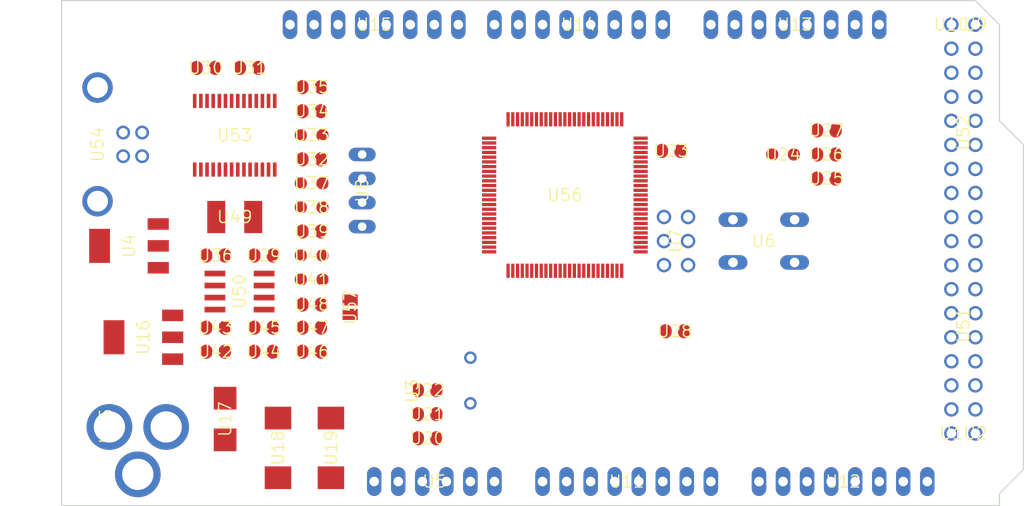
<source format=kicad_pcb>
(kicad_pcb (version 20221018) (generator pcbnew)
  (layers (0 "F.Cu" signal "Top") (31 "B.Cu" signal "Bottom") (34 "B.Paste" user) (35 "F.Paste" user) (36 "B.SilkS" user "B.Silkscreen") (37 "F.SilkS" user "F.Silkscreen") (38 "B.Mask" user) (39 "F.Mask" user) (44 "Edge.Cuts" user))
  (net 0 "")
  (net 1 "+5V")
  (net 2 "GND")
  (net 3 "N$6")
  (net 4 "N$7")
  (net 5 "AREF")
  (net 6 "RESET")
  (net 7 "VIN")
  (net 8 "N$3")
  (net 9 "PWRIN")
  (net 10 "M8RXD")
  (net 11 "M8TXD")
  (net 12 "ADC0")
  (net 13 "ADC2")
  (net 14 "ADC1")
  (net 15 "ADC3")
  (net 16 "ADC4")
  (net 17 "ADC5")
  (net 18 "ADC6")
  (net 19 "ADC7")
  (net 20 "+3V3")
  (net 21 "SDA")
  (net 22 "SCL")
  (net 23 "ADC9")
  (net 24 "ADC8")
  (net 25 "ADC10")
  (net 26 "ADC11")
  (net 27 "ADC12")
  (net 28 "ADC13")
  (net 29 "ADC14")
  (net 30 "ADC15")
  (net 31 "PB3")
  (net 32 "PB2")
  (net 33 "PB1")
  (net 34 "PB5")
  (net 35 "PB4")
  (net 36 "PE5")
  (net 37 "PE4")
  (net 38 "PE3")
  (net 39 "PE1")
  (net 40 "PE0")
  (net 41 "N$15")
  (net 42 "N$53")
  (net 43 "N$54")
  (net 44 "N$55")
  (net 45 "D-")
  (net 46 "D+")
  (net 47 "N$60")
  (net 48 "DTR")
  (net 49 "USBVCC")
  (net 50 "N$2")
  (net 51 "N$4")
  (net 52 "GATE_CMD")
  (net 53 "CMP")
  (net 54 "PB6")
  (net 55 "PH3")
  (net 56 "PH4")
  (net 57 "PH5")
  (net 58 "PH6")
  (net 59 "PG5")
  (net 60 "RXD1")
  (net 61 "TXD1")
  (net 62 "RXD2")
  (net 63 "RXD3")
  (net 64 "TXD2")
  (net 65 "TXD3")
  (net 66 "PC0")
  (net 67 "PC1")
  (net 68 "PC2")
  (net 69 "PC3")
  (net 70 "PC4")
  (net 71 "PC5")
  (net 72 "PC6")
  (net 73 "PC7")
  (net 74 "PB0")
  (net 75 "PG0")
  (net 76 "PG1")
  (net 77 "PG2")
  (net 78 "PD7")
  (net 79 "PA0")
  (net 80 "PA1")
  (net 81 "PA2")
  (net 82 "PA3")
  (net 83 "PA4")
  (net 84 "PA5")
  (net 85 "PA6")
  (net 86 "PA7")
  (net 87 "PL0")
  (net 88 "PL1")
  (net 89 "PL2")
  (net 90 "PL3")
  (net 91 "PL4")
  (net 92 "PL5")
  (net 93 "PL6")
  (net 94 "PL7")
  (net 95 "PB7")
  (net 96 "CTS")
  (net 97 "DSR")
  (net 98 "DCD")
  (net 99 "RI")
  (footprint "Arduino_MEGA_Reference_Design:2X03" (layer "F.Cu") (at 162.5981 103.7336 -90)
    (fp_text reference "U7")
    (fp_text value "")
  )
  (footprint "Arduino_MEGA_Reference_Design:1X08" (layer "F.Cu") (at 152.3111 80.8736 180)
    (fp_text reference "U14")
    (fp_text value "")
  )
  (footprint "Arduino_MEGA_Reference_Design:1X08" (layer "F.Cu") (at 130.7211 80.8736 180)
    (fp_text reference "U15")
    (fp_text value "")
  )
  (footprint "Arduino_MEGA_Reference_Design:SMC_D" (layer "F.Cu") (at 120.5611 125.5776 -90)
    (fp_text reference "U18")
    (fp_text value "")
  )
  (footprint "Arduino_MEGA_Reference_Design:SMC_D" (layer "F.Cu") (at 126.1491 125.5776 -90)
    (fp_text reference "U19")
    (fp_text value "")
  )
  (footprint "Arduino_MEGA_Reference_Design:B3F-10XX" (layer "F.Cu") (at 171.8691 103.7336 180)
    (fp_text reference "U6")
    (fp_text value "")
  )
  (footprint "Arduino_MEGA_Reference_Design:0805RND" (layer "F.Cu") (at 173.9011 94.5896 180)
    (fp_text reference "U24")
    (fp_text value "")
  )
  (footprint "Arduino_MEGA_Reference_Design:SMB" (layer "F.Cu") (at 114.9731 122.5296 -90)
    (fp_text reference "U17")
    (fp_text value "")
  )
  (footprint "Arduino_MEGA_Reference_Design:DC-21MM" (layer "F.Cu") (at 103.0351 123.2916 90)
    (fp_text reference "U55")
    (fp_text value "")
  )
  (footprint "Arduino_MEGA_Reference_Design:HC49_S" (layer "F.Cu") (at 140.8811 118.4656 90)
    (fp_text reference "U3")
    (fp_text value "")
  )
  (footprint "Arduino_MEGA_Reference_Design:SOT223" (layer "F.Cu") (at 106.3371 113.8936 90)
    (fp_text reference "U16")
    (fp_text value "")
  )
  (footprint "Arduino_MEGA_Reference_Design:1X06" (layer "F.Cu") (at 137.0711 129.1336)
    (fp_text reference "U5")
    (fp_text value "")
  )
  (footprint "Arduino_MEGA_Reference_Design:C0805RND" (layer "F.Cu") (at 124.1171 87.4776)
    (fp_text reference "U35")
    (fp_text value "")
  )
  (footprint "Arduino_MEGA_Reference_Design:C0805RND" (layer "F.Cu") (at 162.4711 113.2586)
    (fp_text reference "U28")
    (fp_text value "")
  )
  (footprint "Arduino_MEGA_Reference_Design:C0805RND" (layer "F.Cu") (at 136.3091 122.0216)
    (fp_text reference "U21")
    (fp_text value "")
  )
  (footprint "Arduino_MEGA_Reference_Design:C0805RND" (layer "F.Cu") (at 136.3091 119.4816)
    (fp_text reference "U22")
    (fp_text value "")
  )
  (footprint "Arduino_MEGA_Reference_Design:C0805RND" (layer "F.Cu") (at 113.9571 112.8776)
    (fp_text reference "U43")
    (fp_text value "")
  )
  (footprint "Arduino_MEGA_Reference_Design:RCL_0805RND" (layer "F.Cu") (at 124.1171 105.2576)
    (fp_text reference "U40")
    (fp_text value "")
  )
  (footprint "Arduino_MEGA_Reference_Design:RCL_0805RND" (layer "F.Cu") (at 124.1171 107.7976)
    (fp_text reference "U41")
    (fp_text value "")
  )
  (footprint "Arduino_MEGA_Reference_Design:1X08" (layer "F.Cu") (at 157.3911 129.1336)
    (fp_text reference "U11")
    (fp_text value "")
  )
  (footprint "Arduino_MEGA_Reference_Design:1X08" (layer "F.Cu") (at 175.1711 80.8736 180)
    (fp_text reference "U13")
    (fp_text value "")
  )
  (footprint "Arduino_MEGA_Reference_Design:R0805RND" (layer "F.Cu") (at 178.4731 94.5896 180)
    (fp_text reference "U26")
    (fp_text value "")
  )
  (footprint "Arduino_MEGA_Reference_Design:R0805RND" (layer "F.Cu") (at 178.4731 92.0496 180)
    (fp_text reference "U27")
    (fp_text value "")
  )
  (footprint "Arduino_MEGA_Reference_Design:TQFP100" (layer "F.Cu") (at 150.86109924316406 98.87334442138672 0)
    (fp_text reference "U56")
    (fp_text value "")
  )
  (footprint "Arduino_MEGA_Reference_Design:C0805RND" (layer "F.Cu") (at 162.0901 94.2086 180)
    (fp_text reference "U23")
    (fp_text value "")
  )
  (footprint "Arduino_MEGA_Reference_Design:C0805RND" (layer "F.Cu") (at 136.3091 124.5616)
    (fp_text reference "U20")
    (fp_text value "")
  )
  (footprint "Arduino_MEGA_Reference_Design:1X08" (layer "F.Cu") (at 180.2511 129.1336)
    (fp_text reference "U12")
    (fp_text value "")
  )
  (footprint "Arduino_MEGA_Reference_Design:R0805RND" (layer "F.Cu") (at 124.1171 112.8776)
    (fp_text reference "U47")
    (fp_text value "")
  )
  (footprint "Arduino_MEGA_Reference_Design:C0805RND" (layer "F.Cu") (at 124.1171 115.4176)
    (fp_text reference "U46")
    (fp_text value "")
  )
  (footprint "Arduino_MEGA_Reference_Design:C0805RND" (layer "F.Cu") (at 113.9571 105.2576)
    (fp_text reference "U36")
    (fp_text value "")
  )
  (footprint "Arduino_MEGA_Reference_Design:C0805RND" (layer "F.Cu") (at 112.9411 85.4456)
    (fp_text reference "U30")
    (fp_text value "")
  )
  (footprint "Arduino_MEGA_Reference_Design:0805RND" (layer "F.Cu") (at 124.1171 100.1776 180)
    (fp_text reference "U38")
    (fp_text value "")
  )
  (footprint "Arduino_MEGA_Reference_Design:0805RND" (layer "F.Cu") (at 124.1171 97.6376 180)
    (fp_text reference "U37")
    (fp_text value "")
  )
  (footprint "Arduino_MEGA_Reference_Design:R0805RND" (layer "F.Cu") (at 124.1171 95.0976)
    (fp_text reference "U32")
    (fp_text value "")
  )
  (footprint "Arduino_MEGA_Reference_Design:R0805RND" (layer "F.Cu") (at 124.1171 102.7176)
    (fp_text reference "U39")
    (fp_text value "")
  )
  (footprint "Arduino_MEGA_Reference_Design:SSOP28" (layer "F.Cu") (at 115.9891 92.5576)
    (fp_text reference "U53")
    (fp_text value "")
  )
  (footprint "Arduino_MEGA_Reference_Design:PN61729" (layer "F.Cu") (at 98.9584 93.5228 -90)
    (fp_text reference "U54")
    (fp_text value "")
  )
  (footprint "Arduino_MEGA_Reference_Design:L1812" (layer "F.Cu") (at 115.9891 101.1936)
    (fp_text reference "U49")
    (fp_text value "")
  )
  (footprint "Arduino_MEGA_Reference_Design:C0805RND" (layer "F.Cu") (at 117.5131 85.4456)
    (fp_text reference "U31")
    (fp_text value "")
  )
  (footprint "Arduino_MEGA_Reference_Design:0805RND" (layer "F.Cu") (at 124.1171 92.5576 180)
    (fp_text reference "U33")
    (fp_text value "")
  )
  (footprint "Arduino_MEGA_Reference_Design:R0805RND" (layer "F.Cu") (at 124.1171 90.0176 180)
    (fp_text reference "U34")
    (fp_text value "")
  )
  (footprint "Arduino_MEGA_Reference_Design:C0805RND" (layer "F.Cu") (at 124.1171 110.4392 180)
    (fp_text reference "U48")
    (fp_text value "")
  )
  (footprint "Arduino_MEGA_Reference_Design:SOT223" (layer "F.Cu") (at 104.8131 104.2416 90)
    (fp_text reference "U4")
    (fp_text value "")
  )
  (footprint "Arduino_MEGA_Reference_Design:SO08" (layer "F.Cu") (at 116.4971 109.0676 -90)
    (fp_text reference "U50")
    (fp_text value "")
  )
  (footprint "Arduino_MEGA_Reference_Design:R0805RND" (layer "F.Cu") (at 113.9571 115.4176 180)
    (fp_text reference "U42")
    (fp_text value "")
  )
  (footprint "Arduino_MEGA_Reference_Design:R0805RND" (layer "F.Cu") (at 119.0371 112.8776 180)
    (fp_text reference "U45")
    (fp_text value "")
  )
  (footprint "Arduino_MEGA_Reference_Design:C0805RND" (layer "F.Cu") (at 119.0371 115.4176 180)
    (fp_text reference "U44")
    (fp_text value "")
  )
  (footprint "Arduino_MEGA_Reference_Design:C0805RND" (layer "F.Cu") (at 119.0371 105.2576)
    (fp_text reference "U29")
    (fp_text value "")
  )
  (footprint "Arduino_MEGA_Reference_Design:2X08" (layer "F.Cu") (at 192.9511 92.3036 90)
    (fp_text reference "U52")
    (fp_text value "")
  )
  (footprint "Arduino_MEGA_Reference_Design:2X08" (layer "F.Cu") (at 192.9511 112.6236 90)
    (fp_text reference "U51")
    (fp_text value "")
  )
  (footprint "Arduino_MEGA_Reference_Design:R0805RND" (layer "F.Cu") (at 178.4731 97.1296 180)
    (fp_text reference "U25")
    (fp_text value "")
  )
  (footprint "Arduino_MEGA_Reference_Design:1X01" (layer "F.Cu") (at 191.6811 80.8736)
    (fp_text reference "U10")
    (fp_text value "")
  )
  (footprint "Arduino_MEGA_Reference_Design:1X01" (layer "F.Cu") (at 194.2211 80.8736)
    (fp_text reference "U9")
    (fp_text value "")
  )
  (footprint "Arduino_MEGA_Reference_Design:1X01" (layer "F.Cu") (at 191.6811 124.0536)
    (fp_text reference "U1")
    (fp_text value "")
  )
  (footprint "Arduino_MEGA_Reference_Design:1X01" (layer "F.Cu") (at 194.2211 124.0536)
    (fp_text reference "U2")
    (fp_text value "")
  )
  (footprint "Arduino_MEGA_Reference_Design:SJ" (layer "F.Cu") (at 128.1811 110.7186 -90)
    (fp_text reference "U57")
    (fp_text value "")
  )
  (footprint "Arduino_MEGA_Reference_Design:JP4" (layer "F.Cu") (at 129.4511 98.3996 -90)
    (fp_text reference "U8")
    (fp_text value "")
  )
  (gr_line (start 196.7611 80.8736) (end 196.7611 91.0336) (layer "Edge.Cuts") (width 0.12))
  (gr_line (start 196.7611 130.4036) (end 196.7611 131.6736) (layer "Edge.Cuts") (width 0.12))
  (gr_line (start 194.2211 78.3336) (end 196.7611 80.8736) (layer "Edge.Cuts") (width 0.12))
  (gr_line (start 97.7011 78.3336) (end 194.2211 78.3336) (layer "Edge.Cuts") (width 0.12))
  (gr_line (start 196.7611 91.0336) (end 199.3011 93.5736) (layer "Edge.Cuts") (width 0.12))
  (gr_line (start 97.7011 131.6736) (end 97.7011 78.3336) (layer "Edge.Cuts") (width 0.12))
  (gr_line (start 196.7611 131.6736) (end 97.7011 131.6736) (layer "Edge.Cuts") (width 0.12))
  (gr_line (start 199.3011 93.5736) (end 199.3011 127.8636) (layer "Edge.Cuts") (width 0.12))
  (gr_line (start 199.3011 127.8636) (end 196.7611 130.4036) (layer "Edge.Cuts") (width 0.12))
)
</source>
